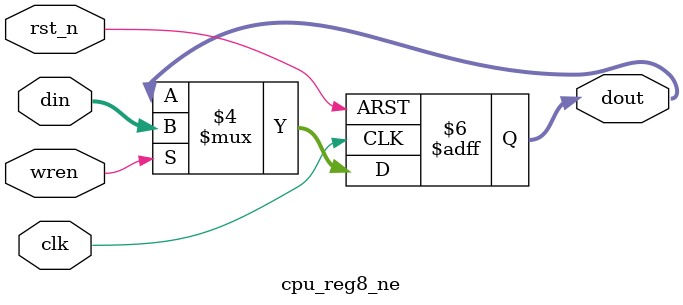
<source format=v>

`include "timescale.v"
// synopsys translate_on

module cpu_reg8_ne(clk, rst_n, din, wren, dout);

        input           clk;    // System clk
        input           rst_n;  // System Reset
        input   [7:0]  	din;    // Data input
        input           wren; // Enable Register
        output  [7:0]  	dout;   // Data Output

        reg     [7:0]  	dout;

        always@(negedge clk or negedge rst_n)
        begin
                if(~rst_n)    	dout<=8'b0;
                else if(wren)	dout<=din;
                else 		dout<=dout;
        end


endmodule
</source>
